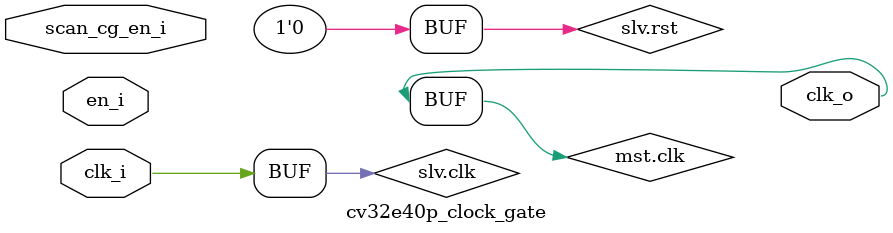
<source format=sv>
/*
 * Copyright 2025 LIRMM
 *
 * Licensed under the Apache License, Version 2.0 (the "License");
 * you may not use this file except in compliance with the License.
 * You may obtain a copy of the License at
 *
 *     http://www.apache.org/licenses/LICENSE-2.0
 *
 * Unless required by applicable law or agreed to in writing, software
 * distributed under the License is distributed on an "AS IS" BASIS,
 * WITHOUT WARRANTIES OR CONDITIONS OF ANY KIND, either express or implied.
 * See the License for the specific language governing permissions and
 * limitations under the License.
 */

module cv32e40p_clock_gate (
    input  logic clk_i,
    input  logic en_i,
    input  logic scan_cg_en_i,
    output logic clk_o
);

    ADAM_SEQ slv ();
    ADAM_SEQ mst ();

    assign slv.clk = clk_i;
    assign slv.rst = '0;

    assign clk_o = mst.clk;

    adam_clk_gate adam_clk_gate (
        .slv (slv),
        .mst (mst),

        .enable (en_i)
    );

endmodule

</source>
